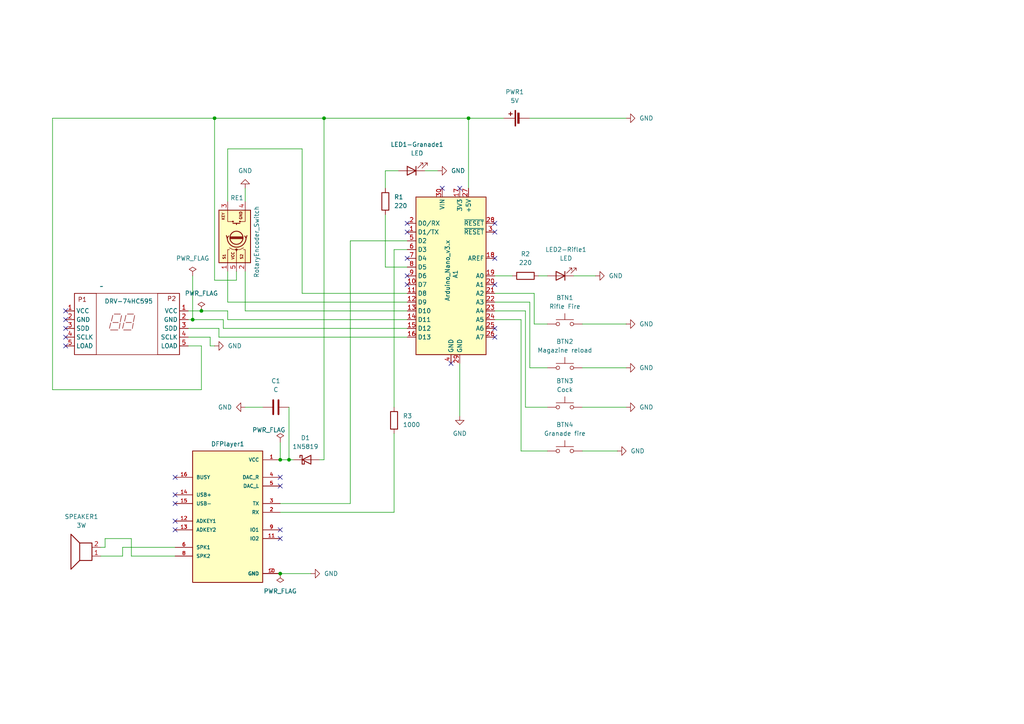
<source format=kicad_sch>
(kicad_sch (version 20231120) (generator "eeschema") (generator_version "8.0")
  (paper "A4")
  (title_block (title "Aliens M41A Rifle sound and lights module") (date "2024-05-20") (rev "1.1") (comment 1 "https://github.com/ByPS128/Arduino-Aliens-M41A-Riffle") (comment 2 "Developer: Petr Škaloud aka ByPS"))
  (lib_symbols
    (symbol "Device:Battery_Cell" (pin_numbers hide) (pin_names (offset 0) hide)
      (property "Reference" "BT" (at 2.54 2.54 0))
      (property "Value" "Battery_Cell" (at 2.54 0 0))
      (symbol "Battery_Cell_0_1"
        (rectangle (start -2.286 1.778) (end 2.286 1.524) (fill (type outline)))
        (rectangle (start -1.524 1.016) (end 1.524 0.508) (fill (type outline)))
        (polyline (pts (xy 0 0.762) (xy 0 0)))
        (polyline (pts (xy 0 1.778) (xy 0 2.54)))
        (polyline (pts (xy 0.762 3.048) (xy 1.778 3.048)) (stroke (width 0.254)))
        (polyline (pts (xy 1.27 3.556) (xy 1.27 2.54)) (stroke (width 0.254)))
      )
      (symbol "Battery_Cell_1_1"
        (pin passive line (at 0 5.08 270) (length 2.54) (name "+") (number "1"))
        (pin passive line (at 0 -2.54 90) (length 2.54) (name "-") (number "2"))
      )
    )
    (symbol "Device:C" (pin_numbers hide) (pin_names (offset 0.254))
      (property "Reference" "C" (at 0.635 2.54 0))
      (property "Value" "C" (at 0.635 -2.54 0))
      (symbol "C_0_1"
        (polyline (pts (xy -2.032 -0.762) (xy 2.032 -0.762)) (stroke (width 0.508)))
        (polyline (pts (xy -2.032 0.762) (xy 2.032 0.762)) (stroke (width 0.508)))
      )
      (symbol "C_1_1"
        (pin passive line (at 0 3.81 270) (length 2.794) (name "~") (number "1"))
        (pin passive line (at 0 -3.81 90) (length 2.794) (name "~") (number "2"))
      )
    )
    (symbol "Device:LED" (pin_numbers hide) (pin_names (offset 1.016) hide)
      (property "Reference" "D" (at 0 2.54 0))
      (property "Value" "LED" (at 0 -2.54 0))
      (symbol "LED_0_1"
        (polyline (pts (xy -1.27 -1.27) (xy -1.27 1.27)) (stroke (width 0.254)))
        (polyline (pts (xy -1.27 0) (xy 1.27 0)))
        (polyline (pts (xy 1.27 -1.27) (xy 1.27 1.27) (xy -1.27 0) (xy 1.27 -1.27)) (stroke (width 0.254)))
        (polyline (pts (xy -3.048 -0.762) (xy -4.572 -2.286) (xy -3.81 -2.286) (xy -4.572 -2.286) (xy -4.572 -1.524)))
        (polyline (pts (xy -1.778 -0.762) (xy -3.302 -2.286) (xy -2.54 -2.286) (xy -3.302 -2.286) (xy -3.302 -1.524)))
      )
      (symbol "LED_1_1"
        (pin passive line (at -3.81 0 0) (length 2.54) (name "K") (number "1"))
        (pin passive line (at 3.81 0 180) (length 2.54) (name "A") (number "2"))
      )
    )
    (symbol "Device:R" (pin_numbers hide) (pin_names (offset 0))
      (property "Reference" "R" (at 2.032 0 90))
      (property "Value" "R" (at 0 0 90))
      (symbol "R_0_1"
        (rectangle (start -1.016 -2.54) (end 1.016 2.54) (stroke (width 0.254)))
      )
      (symbol "R_1_1"
        (pin passive line (at 0 3.81 270) (length 1.27) (name "~") (number "1"))
        (pin passive line (at 0 -3.81 90) (length 1.27) (name "~") (number "2"))
      )
    )
    (symbol "Device:Speaker" (pin_names (offset 0) hide)
      (property "Reference" "LS" (at 1.27 5.715 0))
      (property "Value" "Speaker" (at 1.27 3.81 0))
      (symbol "Speaker_0_0"
        (rectangle (start -2.54 1.27) (end 1.016 -3.81) (stroke (width 0.254)))
        (polyline (pts (xy 1.016 1.27) (xy 3.556 3.81) (xy 3.556 -6.35) (xy 1.016 -3.81)) (stroke (width 0.254)))
      )
      (symbol "Speaker_1_1"
        (pin input line (at -5.08 0 0) (length 2.54) (name "1") (number "1"))
        (pin input line (at -5.08 -2.54 0) (length 2.54) (name "2") (number "2"))
      )
    )
    (symbol "Diode:1N5819" (pin_numbers hide) (pin_names (offset 1.016) hide)
      (property "Reference" "D" (at 0 2.54 0))
      (property "Value" "1N5819" (at 0 -2.54 0))
      (symbol "1N5819_0_1"
        (polyline (pts (xy 1.27 0) (xy -1.27 0)))
        (polyline (pts (xy 1.27 1.27) (xy 1.27 -1.27) (xy -1.27 0) (xy 1.27 1.27)) (stroke (width 0.254)))
        (polyline (pts (xy -1.905 0.635) (xy -1.905 1.27) (xy -1.27 1.27) (xy -1.27 -1.27) (xy -0.635 -1.27) (xy -0.635 -0.635)) (stroke (width 0.254)))
      )
      (symbol "1N5819_1_1"
        (pin passive line (at -3.81 0 0) (length 2.54) (name "K") (number "1"))
        (pin passive line (at 3.81 0 180) (length 2.54) (name "A") (number "2"))
      )
    )
    (symbol "MCU_Module:Arduino_Nano_v3.x"
      (property "Reference" "A" (at -10.16 23.495 0))
      (property "Value" "Arduino_Nano_v3.x" (at 5.08 -24.13 0))
      (symbol "Arduino_Nano_v3.x_0_1"
        (rectangle (start -10.16 22.86) (end 10.16 -22.86) (stroke (width 0.254)) (fill (type background)))
      )
      (symbol "Arduino_Nano_v3.x_1_1"
        (pin bidirectional line (at -12.7 12.7 0) (length 2.54) (name "D1/TX") (number "1"))
        (pin bidirectional line (at -12.7 -2.54 0) (length 2.54) (name "D7") (number "10"))
        (pin bidirectional line (at -12.7 -5.08 0) (length 2.54) (name "D8") (number "11"))
        (pin bidirectional line (at -12.7 -7.62 0) (length 2.54) (name "D9") (number "12"))
        (pin bidirectional line (at -12.7 -10.16 0) (length 2.54) (name "D10") (number "13"))
        (pin bidirectional line (at -12.7 -12.7 0) (length 2.54) (name "D11") (number "14"))
        (pin bidirectional line (at -12.7 -15.24 0) (length 2.54) (name "D12") (number "15"))
        (pin bidirectional line (at -12.7 -17.78 0) (length 2.54) (name "D13") (number "16"))
        (pin power_out line (at 2.54 25.4 270) (length 2.54) (name "3V3") (number "17"))
        (pin input line (at 12.7 5.08 180) (length 2.54) (name "AREF") (number "18"))
        (pin bidirectional line (at 12.7 0 180) (length 2.54) (name "A0") (number "19"))
        (pin bidirectional line (at -12.7 15.24 0) (length 2.54) (name "D0/RX") (number "2"))
        (pin bidirectional line (at 12.7 -2.54 180) (length 2.54) (name "A1") (number "20"))
        (pin bidirectional line (at 12.7 -5.08 180) (length 2.54) (name "A2") (number "21"))
        (pin bidirectional line (at 12.7 -7.62 180) (length 2.54) (name "A3") (number "22"))
        (pin bidirectional line (at 12.7 -10.16 180) (length 2.54) (name "A4") (number "23"))
        (pin bidirectional line (at 12.7 -12.7 180) (length 2.54) (name "A5") (number "24"))
        (pin bidirectional line (at 12.7 -15.24 180) (length 2.54) (name "A6") (number "25"))
        (pin bidirectional line (at 12.7 -17.78 180) (length 2.54) (name "A7") (number "26"))
        (pin power_out line (at 5.08 25.4 270) (length 2.54) (name "+5V") (number "27"))
        (pin input line (at 12.7 15.24 180) (length 2.54) (name "~{RESET}") (number "28"))
        (pin power_in line (at 2.54 -25.4 90) (length 2.54) (name "GND") (number "29"))
        (pin input line (at 12.7 12.7 180) (length 2.54) (name "~{RESET}") (number "3"))
        (pin power_in line (at -2.54 25.4 270) (length 2.54) (name "VIN") (number "30"))
        (pin power_in line (at 0 -25.4 90) (length 2.54) (name "GND") (number "4"))
        (pin bidirectional line (at -12.7 10.16 0) (length 2.54) (name "D2") (number "5"))
        (pin bidirectional line (at -12.7 7.62 0) (length 2.54) (name "D3") (number "6"))
        (pin bidirectional line (at -12.7 5.08 0) (length 2.54) (name "D4") (number "7"))
        (pin bidirectional line (at -12.7 2.54 0) (length 2.54) (name "D5") (number "8"))
        (pin bidirectional line (at -12.7 0 0) (length 2.54) (name "D6") (number "9"))
      )
    )
    (symbol "Project_Library:DFPlayer" (pin_names (offset 1.016))
      (property "Reference" "DFPlayer1" (at 0 19.812 0))
      (symbol "DFPlayer_0_0"
        (rectangle (start -10.16 17.78) (end 10.16 -20.32) (stroke (width 0.254)) (fill (type background)))
        (pin output line (at 15.24 15.24 180) (length 5.08) (name "VCC") (number "1"))
        (pin power_in line (at 15.24 -17.78 180) (length 5.08) (name "GND") (number "10"))
        (pin bidirectional line (at 15.24 -7.62 180) (length 5.08) (name "IO2") (number "11"))
        (pin input line (at -15.24 -2.54 0) (length 5.08) (name "ADKEY1") (number "12"))
        (pin input line (at -15.24 -5.08 0) (length 5.08) (name "ADKEY2") (number "13"))
        (pin input line (at -15.24 5.08 0) (length 5.08) (name "USB+") (number "14"))
        (pin input line (at -15.24 2.54 0) (length 5.08) (name "USB-") (number "15"))
        (pin input line (at -15.24 10.16 0) (length 5.08) (name "BUSY") (number "16"))
        (pin input line (at 15.24 0 180) (length 5.08) (name "RX") (number "2"))
        (pin output line (at 15.24 2.54 180) (length 5.08) (name "TX") (number "3"))
        (pin output line (at 15.24 10.16 180) (length 5.08) (name "DAC_R") (number "4"))
        (pin output line (at 15.24 7.62 180) (length 5.08) (name "DAC_L") (number "5"))
        (pin passive line (at -15.24 -10.16 0) (length 5.08) (name "SPK1") (number "6"))
        (pin power_in line (at 15.24 -17.78 180) (length 5.08) (name "GND") (number "7"))
        (pin passive line (at -15.24 -12.7 0) (length 5.08) (name "SPK2") (number "8"))
        (pin bidirectional line (at 15.24 -5.08 180) (length 5.08) (name "IO1") (number "9"))
      )
    )
    (symbol "Project_Library:Driver-74HC595-2"
      (property "Reference" "DRV-74HC595" (at -10.922 5.334 0))
      (property "Value" "~" (at -18.796 9.652 0))
      (symbol "Driver-74HC595-2_0_1"
        (rectangle (start -26.67 7.62) (end 3.81 -10.16))
        (polyline (pts (xy -16.51 -2.54) (xy -16.1419 -0.9489)))
        (polyline (pts (xy -15.9411 -0.4671) (xy -15.5397 1.2592)))
        (polyline (pts (xy -15.5397 -0.8284) (xy -13.9338 -0.8284)))
        (polyline (pts (xy -15.1382 1.6205) (xy -13.3316 1.6205)))
        (polyline (pts (xy -14.0542 -2.9963) (xy -16.2222 -2.9963)))
        (polyline (pts (xy -13.4119 -1.0292) (xy -13.6929 -2.5948)))
        (polyline (pts (xy -13.0104 1.2191) (xy -13.3717 -0.6277)))
        (polyline (pts (xy -12.7 -2.54) (xy -12.3319 -0.9489)))
        (polyline (pts (xy -12.1311 -0.4671) (xy -11.7297 1.2592)))
        (polyline (pts (xy -11.7297 -0.8284) (xy -10.1238 -0.8284)))
        (polyline (pts (xy -11.3282 1.6205) (xy -9.5216 1.6205)))
        (polyline (pts (xy -10.2442 -2.9963) (xy -12.4122 -2.9963)))
        (polyline (pts (xy -9.6019 -1.0292) (xy -9.8829 -2.5948)))
        (polyline (pts (xy -9.2004 1.2191) (xy -9.5617 -0.6277)))
      )
      (symbol "Driver-74HC595-2_1_1"
        (rectangle (start -20.32 -10.16) (end -26.67 7.62))
        (rectangle (start -2.54 -10.16) (end 3.81 7.62))
        (text "P1" (at -24.384 5.842 0) (effects (font (size 1.27 1.27))))
        (text "P2" (at 1.524 6.096 0) (effects (font (size 1.27 1.27))))
        (pin power_out line (at -29.21 2.54 0) (length 2.54) (name "VCC") (number "1"))
        (pin power_out line (at 6.35 2.54 180) (length 2.54) (name "VCC") (number "1"))
        (pin power_in line (at -29.21 0 0) (length 2.54) (name "GND") (number "2"))
        (pin power_in line (at 6.35 0 180) (length 2.54) (name "GND") (number "2"))
        (pin input line (at -29.21 -2.54 0) (length 2.54) (name "SDD") (number "3"))
        (pin input line (at 6.35 -2.54 180) (length 2.54) (name "SDD") (number "3"))
        (pin input line (at -29.21 -5.08 0) (length 2.54) (name "SCLK") (number "4"))
        (pin input line (at 6.35 -5.08 180) (length 2.54) (name "SCLK") (number "4"))
        (pin input line (at -29.21 -7.62 0) (length 2.54) (name "LOAD") (number "5"))
        (pin input line (at 6.35 -7.62 180) (length 2.54) (name "LOAD") (number "5"))
      )
    )
    (symbol "Project_Library:RotaryEncoder_Switch" (pin_names (offset 0.254) hide)
      (property "Reference" "RE1" (at 11.176 1.778 90))
      (property "Value" "RotaryEncoder_Switch" (at 8.89 -5.842 0))
      (symbol "RotaryEncoder_Switch_0_1"
        (rectangle (start -7.62 5.08) (end 7.62 -4.089) (stroke (width 0.254)) (fill (type background)))
        (circle (center -3.81 0) (radius 0.254) (fill (type outline)))
        (circle (center -0.381 0) (radius 1.905) (stroke (width 0.254)))
        (arc (start -0.381 2.667) (mid -3.0988 -0.0635) (end -0.381 -2.794) (stroke (width 0.254)))
        (polyline (pts (xy -0.635 -1.778) (xy -0.635 1.778)) (stroke (width 0.254)))
        (polyline (pts (xy -0.381 -1.778) (xy -0.381 1.778)) (stroke (width 0.254)))
        (polyline (pts (xy -0.127 1.778) (xy -0.127 -1.778)) (stroke (width 0.254)))
        (polyline (pts (xy 3.81 0) (xy 3.429 0)) (stroke (width 0.254)))
        (polyline (pts (xy 3.81 1.016) (xy 3.81 -1.016)) (stroke (width 0.254)))
        (polyline (pts (xy -7.62 -2.54) (xy -3.81 -2.54) (xy -3.81 -2.032)))
        (polyline (pts (xy -7.62 2.54) (xy -3.81 2.54) (xy -3.81 2.032)))
        (polyline (pts (xy 0.254 -3.048) (xy -0.508 -2.794) (xy 0.127 -2.413)) (stroke (width 0.254)))
        (polyline (pts (xy 0.254 2.921) (xy -0.508 2.667) (xy 0.127 2.286)) (stroke (width 0.254)))
        (polyline (pts (xy -7.62 0) (xy -3.81 0) (xy -3.81 -1.016) (xy -3.302 -2.032)))
        (polyline (pts (xy -4.318 0) (xy -3.81 0) (xy -3.81 1.016) (xy -3.302 2.032)))
        (circle (center 4.318 -1.016) (radius 0.127) (stroke (width 0.254)))
        (circle (center 4.318 1.016) (radius 0.127) (stroke (width 0.254)))
      )
      (symbol "RotaryEncoder_Switch_1_1"
        (polyline (pts (xy 7.62 -2.54) (xy 4.318 -2.54) (xy 4.318 -1.016)))
        (polyline (pts (xy 7.62 2.54) (xy 4.318 2.54) (xy 4.318 1.016)))
        (text "GND" (at 6.096 -1.27 0) (effects (font (size 0.762 0.762))))
        (text "KEY" (at 5.842 3.81 0) (effects (font (size 0.762 0.762))))
        (text "S1" (at -5.842 3.556 0) (effects (font (size 0.762 0.762))))
        (text "S2" (at -5.842 -1.524 0) (effects (font (size 0.762 0.762))))
        (text "VCC" (at -5.588 1.016 0) (effects (font (size 0.762 0.762))))
        (pin output line (at -10.16 2.54 0) (length 2.54) (name "S1") (number "1"))
        (pin output line (at -10.16 -2.54 0) (length 2.54) (name "S2") (number "2"))
        (pin output line (at 10.16 2.54 180) (length 2.54) (name "KEY") (number "3"))
        (pin power_in line (at 10.16 -2.54 180) (length 2.54) (name "GND") (number "4"))
        (pin power_out line (at -10.16 0 0) (length 2.54) (name "VCC") (number "5"))
      )
    )
    (symbol "Switch:SW_Push" (pin_numbers hide) (pin_names (offset 1.016) hide)
      (property "Reference" "SW" (at 1.27 2.54 0))
      (property "Value" "SW_Push" (at 0 -1.524 0))
      (symbol "SW_Push_0_1"
        (circle (center -2.032 0) (radius 0.508))
        (polyline (pts (xy 0 1.27) (xy 0 3.048)))
        (polyline (pts (xy 2.54 1.27) (xy -2.54 1.27)))
        (circle (center 2.032 0) (radius 0.508))
        (pin passive line (at -5.08 0 0) (length 2.54) (name "1") (number "1"))
        (pin passive line (at 5.08 0 180) (length 2.54) (name "2") (number "2"))
      )
    )
    (symbol "power:GND" (power) (pin_numbers hide) (pin_names (offset 0) hide)
      (property "Value" "GND" (at 0 -3.81 0))
      (symbol "GND_0_1"
        (polyline (pts (xy 0 0) (xy 0 -1.27) (xy 1.27 -1.27) (xy 0 -2.54) (xy -1.27 -1.27) (xy 0 -1.27)))
      )
      (symbol "GND_1_1"
        (pin power_in line (at 0 0 270) (length 0) (name "~") (number "1"))
      )
    )
    (symbol "power:PWR_FLAG" (power) (pin_numbers hide) (pin_names (offset 0) hide)
      (property "Value" "PWR_FLAG" (at 0 3.81 0))
      (symbol "PWR_FLAG_0_0"
        (pin power_out line (at 0 0 90) (length 0) (name "~") (number "1"))
      )
      (symbol "PWR_FLAG_0_1"
        (polyline (pts (xy 0 0) (xy 0 1.27) (xy -1.016 1.905) (xy 0 2.54) (xy 1.016 1.905) (xy 0 1.27)))
      )
    )
  )
  (junction (at 135.89 34.29))
  (junction (at 83.82 133.35))
  (junction (at 81.28 166.37))
  (junction (at 81.28 133.35))
  (junction (at 55.88 92.71))
  (junction (at 93.98 34.29))
  (junction (at 62.23 34.29))
  (junction (at 58.42 90.17))
  (no_connect (at 19.05 97.79))
  (no_connect (at 118.11 74.93))
  (no_connect (at 130.81 105.41))
  (no_connect (at 143.51 74.93))
  (no_connect (at 19.05 100.33))
  (no_connect (at 133.35 54.61))
  (no_connect (at 143.51 67.31))
  (no_connect (at 143.51 64.77))
  (no_connect (at 50.8 153.67))
  (no_connect (at 143.51 82.55))
  (no_connect (at 50.8 138.43))
  (no_connect (at 50.8 143.51))
  (no_connect (at 128.27 54.61))
  (no_connect (at 50.8 146.05))
  (no_connect (at 19.05 92.71))
  (no_connect (at 118.11 67.31))
  (no_connect (at 50.8 151.13))
  (no_connect (at 81.28 140.97))
  (no_connect (at 81.28 153.67))
  (no_connect (at 118.11 80.01))
  (no_connect (at 143.51 97.79))
  (no_connect (at 143.51 95.25))
  (no_connect (at 81.28 156.21))
  (no_connect (at 19.05 95.25))
  (no_connect (at 118.11 64.77))
  (no_connect (at 19.05 90.17))
  (no_connect (at 81.28 138.43))
  (no_connect (at 118.11 82.55))
  (wire (pts (xy 66.04 78.74) (xy 66.04 87.63)))
  (wire (pts (xy 92.71 133.35) (xy 93.98 133.35)))
  (wire (pts (xy 87.63 43.18) (xy 87.63 85.09)))
  (wire (pts (xy 151.13 130.81) (xy 151.13 92.71)))
  (wire (pts (xy 66.04 92.71) (xy 118.11 92.71)))
  (wire (pts (xy 152.4 118.11) (xy 158.75 118.11)))
  (wire (pts (xy 62.23 34.29) (xy 93.98 34.29)))
  (wire (pts (xy 114.3 72.39) (xy 114.3 118.11)))
  (wire (pts (xy 101.6 146.05) (xy 81.28 146.05)))
  (wire (pts (xy 168.91 106.68) (xy 181.61 106.68)))
  (wire (pts (xy 64.77 92.71) (xy 55.88 92.71)))
  (wire (pts (xy 83.82 133.35) (xy 85.09 133.35)))
  (wire (pts (xy 71.12 118.11) (xy 76.2 118.11)))
  (wire (pts (xy 81.28 166.37) (xy 90.17 166.37)))
  (wire (pts (xy 60.96 97.79) (xy 60.96 100.33)))
  (wire (pts (xy 66.04 90.17) (xy 58.42 90.17)))
  (wire (pts (xy 63.5 95.25) (xy 54.61 95.25)))
  (wire (pts (xy 143.51 87.63) (xy 153.67 87.63)))
  (wire (pts (xy 83.82 118.11) (xy 83.82 133.35)))
  (wire (pts (xy 35.56 161.29) (xy 29.21 161.29)))
  (wire (pts (xy 58.42 100.33) (xy 58.42 113.03)))
  (wire (pts (xy 35.56 158.75) (xy 50.8 158.75)))
  (wire (pts (xy 50.8 161.29) (xy 38.1 161.29)))
  (wire (pts (xy 66.04 58.42) (xy 66.04 43.18)))
  (wire (pts (xy 58.42 113.03) (xy 15.24 113.03)))
  (wire (pts (xy 114.3 148.59) (xy 114.3 125.73)))
  (wire (pts (xy 118.11 97.79) (xy 63.5 97.79)))
  (wire (pts (xy 35.56 158.75) (xy 35.56 161.29)))
  (wire (pts (xy 63.5 97.79) (xy 63.5 95.25)))
  (wire (pts (xy 158.75 130.81) (xy 151.13 130.81)))
  (wire (pts (xy 154.94 85.09) (xy 154.94 93.98)))
  (wire (pts (xy 101.6 69.85) (xy 101.6 146.05)))
  (wire (pts (xy 15.24 34.29) (xy 62.23 34.29)))
  (wire (pts (xy 114.3 72.39) (xy 118.11 72.39)))
  (wire (pts (xy 168.91 130.81) (xy 179.07 130.81)))
  (wire (pts (xy 68.58 78.74) (xy 68.58 81.28)))
  (wire (pts (xy 154.94 93.98) (xy 158.75 93.98)))
  (wire (pts (xy 71.12 90.17) (xy 118.11 90.17)))
  (wire (pts (xy 168.91 118.11) (xy 181.61 118.11)))
  (wire (pts (xy 87.63 85.09) (xy 118.11 85.09)))
  (wire (pts (xy 66.04 92.71) (xy 66.04 90.17)))
  (wire (pts (xy 64.77 95.25) (xy 118.11 95.25)))
  (wire (pts (xy 81.28 133.35) (xy 83.82 133.35)))
  (wire (pts (xy 58.42 90.17) (xy 54.61 90.17)))
  (wire (pts (xy 166.37 80.01) (xy 172.72 80.01)))
  (wire (pts (xy 54.61 100.33) (xy 58.42 100.33)))
  (wire (pts (xy 135.89 34.29) (xy 146.05 34.29)))
  (wire (pts (xy 62.23 81.28) (xy 62.23 34.29)))
  (wire (pts (xy 118.11 69.85) (xy 101.6 69.85)))
  (wire (pts (xy 55.88 92.71) (xy 54.61 92.71)))
  (wire (pts (xy 156.21 80.01) (xy 158.75 80.01)))
  (wire (pts (xy 38.1 161.29) (xy 38.1 156.21)))
  (wire (pts (xy 55.88 80.01) (xy 55.88 92.71)))
  (wire (pts (xy 66.04 87.63) (xy 118.11 87.63)))
  (wire (pts (xy 93.98 34.29) (xy 135.89 34.29)))
  (wire (pts (xy 15.24 113.03) (xy 15.24 34.29)))
  (wire (pts (xy 30.48 156.21) (xy 30.48 158.75)))
  (wire (pts (xy 135.89 34.29) (xy 135.89 54.61)))
  (wire (pts (xy 71.12 78.74) (xy 71.12 90.17)))
  (wire (pts (xy 64.77 95.25) (xy 64.77 92.71)))
  (wire (pts (xy 118.11 77.47) (xy 111.76 77.47)))
  (wire (pts (xy 81.28 148.59) (xy 114.3 148.59)))
  (wire (pts (xy 54.61 97.79) (xy 60.96 97.79)))
  (wire (pts (xy 111.76 54.61) (xy 111.76 49.53)))
  (wire (pts (xy 111.76 49.53) (xy 115.57 49.53)))
  (wire (pts (xy 143.51 80.01) (xy 148.59 80.01)))
  (wire (pts (xy 30.48 158.75) (xy 29.21 158.75)))
  (wire (pts (xy 60.96 100.33) (xy 62.23 100.33)))
  (wire (pts (xy 152.4 90.17) (xy 152.4 118.11)))
  (wire (pts (xy 133.35 105.41) (xy 133.35 120.65)))
  (wire (pts (xy 38.1 156.21) (xy 30.48 156.21)))
  (wire (pts (xy 153.67 106.68) (xy 158.75 106.68)))
  (wire (pts (xy 153.67 34.29) (xy 181.61 34.29)))
  (wire (pts (xy 153.67 87.63) (xy 153.67 106.68)))
  (wire (pts (xy 151.13 92.71) (xy 143.51 92.71)))
  (wire (pts (xy 66.04 43.18) (xy 87.63 43.18)))
  (wire (pts (xy 168.91 93.98) (xy 181.61 93.98)))
  (wire (pts (xy 143.51 90.17) (xy 152.4 90.17)))
  (wire (pts (xy 93.98 133.35) (xy 93.98 34.29)))
  (wire (pts (xy 123.19 49.53) (xy 127 49.53)))
  (wire (pts (xy 143.51 85.09) (xy 154.94 85.09)))
  (wire (pts (xy 111.76 62.23) (xy 111.76 77.47)))
  (wire (pts (xy 71.12 54.61) (xy 71.12 58.42)))
  (wire (pts (xy 68.58 81.28) (xy 62.23 81.28)))
  (wire (pts (xy 81.28 128.27) (xy 81.28 133.35)))
  (symbol (lib_id "Switch:SW_Push") (at 163.83 118.11 0) (unit 1)
    (property "Reference" "BTN3" (at 163.83 110.49 0))
    (property "Value" "Cock" (at 163.83 113.03 0))
    (property "Footprint" "ProjectLibrary:Button Leads 2x 2.54" (effects (hide yes)))
    (property "Description" "Push button switch, generic, two pins" (effects (hide yes)))
  )
  (symbol (lib_id "power:GND") (at 71.12 118.11 270) (unit 1)
    (property "Reference" "#PWR012" (effects (hide yes)))
    (property "Value" "GND" (at 67.31 118.1099 90) (effects (justify right)))
    (property "Description" "Power symbol creates a global label with name \"GND\" , ground" (effects (hide yes)))
  )
  (symbol (lib_id "Device:Speaker") (at 24.13 161.29 180) (unit 1)
    (property "Reference" "SPEAKER1" (at 23.622 149.86 0))
    (property "Value" "3W" (at 23.622 152.4 0))
    (property "Footprint" "ProjectLibrary:Speaker Leads 2x 2.54" (effects (hide yes)))
    (property "Description" "Speaker" (effects (hide yes)))
  )
  (symbol (lib_id "power:PWR_FLAG") (at 81.28 166.37 180) (unit 1)
    (property "Reference" "#FLG01" (effects (hide yes)))
    (property "Value" "PWR_FLAG" (at 81.28 171.45 0))
    (property "Description" "Special symbol for telling ERC where power comes from" (effects (hide yes)))
  )
  (symbol (lib_id "power:GND") (at 172.72 80.01 90) (unit 1)
    (property "Reference" "#PWR04" (effects (hide yes)))
    (property "Value" "GND" (at 176.53 80.0099 90) (effects (justify right)))
    (property "Description" "Power symbol creates a global label with name \"GND\" , ground" (effects (hide yes)))
  )
  (symbol (lib_id "power:GND") (at 179.07 130.81 90) (unit 1)
    (property "Reference" "#PWR09" (effects (hide yes)))
    (property "Value" "GND" (at 182.88 130.8099 90) (effects (justify right)))
    (property "Description" "Power symbol creates a global label with name \"GND\" , ground" (effects (hide yes)))
  )
  (symbol (lib_id "Project_Library:Driver-74HC595-2") (at 48.26 92.71 0) (unit 1)
    (property "Reference" "DRV-74HC595" (at 37.338 87.376 0))
    (property "Value" "~" (at 29.464 83.058 0))
    (property "Footprint" "ProjectLibrary:Segment Display Leads 5x 2.54" (effects (hide yes)))
  )
  (symbol (lib_id "power:GND") (at 71.12 54.61 180) (unit 1)
    (property "Reference" "#PWR06" (effects (hide yes)))
    (property "Value" "GND" (at 71.12 49.53 0))
    (property "Description" "Power symbol creates a global label with name \"GND\" , ground" (effects (hide yes)))
  )
  (symbol (lib_id "power:GND") (at 62.23 100.33 90) (unit 1)
    (property "Reference" "#PWR013" (effects (hide yes)))
    (property "Value" "GND" (at 66.04 100.3299 90) (effects (justify right)))
    (property "Description" "Power symbol creates a global label with name \"GND\" , ground" (effects (hide yes)))
  )
  (symbol (lib_id "Device:R") (at 114.3 121.92 180) (unit 1)
    (property "Reference" "R3" (at 116.84 120.6499 0) (effects (justify right)))
    (property "Value" "1000" (at 116.84 123.1899 0) (effects (justify right)))
    (property "Footprint" "Resistor_THT:R_Axial_DIN0204_L3.6mm_D1.6mm_P7.62mm_Horizontal" (effects (hide yes)))
    (property "Description" "Resistor" (effects (hide yes)))
  )
  (symbol (lib_id "Device:LED") (at 119.38 49.53 180) (unit 1)
    (property "Reference" "LED1-Granade1" (at 120.9675 41.91 0))
    (property "Value" "LED" (at 120.9675 44.45 0))
    (property "Footprint" "ProjectLibrary:LED Leads 2x 2.54" (effects (hide yes)))
    (property "Description" "Light emitting diode" (effects (hide yes)))
  )
  (symbol (lib_id "Switch:SW_Push") (at 163.83 93.98 0) (unit 1)
    (property "Reference" "BTN1" (at 163.83 86.36 0))
    (property "Value" "Rifle Fire" (at 163.83 88.9 0))
    (property "Footprint" "ProjectLibrary:Button Leads 2x 2.54" (effects (hide yes)))
    (property "Description" "Push button switch, generic, two pins" (effects (hide yes)))
  )
  (symbol (lib_id "power:GND") (at 181.61 34.29 90) (unit 1)
    (property "Reference" "#PWR011" (effects (hide yes)))
    (property "Value" "GND" (at 185.42 34.2899 90) (effects (justify right)))
    (property "Description" "Power symbol creates a global label with name \"GND\" , ground" (effects (hide yes)))
  )
  (symbol (lib_id "power:GND") (at 127 49.53 90) (unit 1)
    (property "Reference" "#PWR02" (effects (hide yes)))
    (property "Value" "GND" (at 130.81 49.5299 90) (effects (justify right)))
    (property "Description" "Power symbol creates a global label with name \"GND\" , ground" (effects (hide yes)))
  )
  (symbol (lib_id "power:GND") (at 181.61 106.68 90) (unit 1)
    (property "Reference" "#PWR07" (effects (hide yes)))
    (property "Value" "GND" (at 185.42 106.6799 90) (effects (justify right)))
    (property "Description" "Power symbol creates a global label with name \"GND\" , ground" (effects (hide yes)))
  )
  (symbol (lib_id "Device:R") (at 111.76 58.42 180) (unit 1)
    (property "Reference" "R1" (at 114.3 57.1499 0) (effects (justify right)))
    (property "Value" "220" (at 114.3 59.6899 0) (effects (justify right)))
    (property "Footprint" "Resistor_THT:R_Axial_DIN0204_L3.6mm_D1.6mm_P7.62mm_Horizontal" (effects (hide yes)))
    (property "Description" "Resistor" (effects (hide yes)))
  )
  (symbol (lib_id "Project_Library:RotaryEncoder_Switch") (at 68.58 68.58 90) (unit 1)
    (property "Reference" "RE1" (at 66.802 57.404 90) (effects (justify right)))
    (property "Value" "RotaryEncoder_Switch" (at 74.422 59.69 0) (effects (justify right)))
    (property "Footprint" "ProjectLibrary:RotaryEncoder Leads 5x 2.54" (effects (hide yes)))
    (property "Description" "Rotary encoder, dual channel, incremental quadrate outputs, with switch" (effects (hide yes)))
  )
  (symbol (lib_id "Diode:1N5819") (at 88.9 133.35 0) (unit 1)
    (property "Reference" "D1" (at 88.5825 127 0))
    (property "Value" "1N5819" (at 88.5825 129.54 0))
    (property "Footprint" "Diode_THT:D_DO-41_SOD81_P10.16mm_Horizontal" (effects (hide yes)))
    (property "Datasheet" "http://www.vishay.com/docs/88525/1n5817.pdf" (effects (hide yes)))
    (property "Description" "40V 1A Schottky Barrier Rectifier Diode, DO-41" (effects (hide yes)))
  )
  (symbol (lib_id "Device:C") (at 80.01 118.11 270) (unit 1)
    (property "Reference" "C1" (at 80.01 110.49 90))
    (property "Value" "C" (at 80.01 113.03 90))
    (property "Footprint" "Capacitor_THT:C_Disc_D3.0mm_W2.0mm_P2.50mm" (effects (hide yes)))
    (property "Description" "Unpolarized capacitor" (effects (hide yes)))
  )
  (symbol (lib_id "power:PWR_FLAG") (at 55.88 80.01 0) (unit 1)
    (property "Reference" "#FLG04" (effects (hide yes)))
    (property "Value" "PWR_FLAG" (at 55.88 74.93 0))
    (property "Description" "Special symbol for telling ERC where power comes from" (effects (hide yes)))
  )
  (symbol (lib_id "power:GND") (at 181.61 118.11 90) (unit 1)
    (property "Reference" "#PWR08" (effects (hide yes)))
    (property "Value" "GND" (at 185.42 118.1099 90) (effects (justify right)))
    (property "Description" "Power symbol creates a global label with name \"GND\" , ground" (effects (hide yes)))
  )
  (symbol (lib_id "Device:LED") (at 162.56 80.01 180) (unit 1)
    (property "Reference" "LED2-Rifle1" (at 164.1475 72.39 0))
    (property "Value" "LED" (at 164.1475 74.93 0))
    (property "Footprint" "ProjectLibrary:LED Leads 2x 2.54" (effects (hide yes)))
    (property "Description" "Light emitting diode" (effects (hide yes)))
  )
  (symbol (lib_id "Device:R") (at 152.4 80.01 90) (unit 1)
    (property "Reference" "R2" (at 152.4 73.66 90))
    (property "Value" "220" (at 152.4 76.2 90))
    (property "Footprint" "Resistor_THT:R_Axial_DIN0204_L3.6mm_D1.6mm_P7.62mm_Horizontal" (effects (hide yes)))
    (property "Description" "Resistor" (effects (hide yes)))
  )
  (symbol (lib_id "power:GND") (at 90.17 166.37 90) (unit 1)
    (property "Reference" "#PWR05" (effects (hide yes)))
    (property "Value" "GND" (at 93.98 166.3699 90) (effects (justify right)))
    (property "Description" "Power symbol creates a global label with name \"GND\" , ground" (effects (hide yes)))
  )
  (symbol (lib_id "power:GND") (at 133.35 120.65 0) (unit 1)
    (property "Reference" "#PWR03" (effects (hide yes)))
    (property "Value" "GND" (at 133.35 125.73 0))
    (property "Description" "Power symbol creates a global label with name \"GND\" , ground" (effects (hide yes)))
  )
  (symbol (lib_id "power:PWR_FLAG") (at 81.28 128.27 0) (unit 1)
    (property "Reference" "#FLG02" (effects (hide yes)))
    (property "Value" "PWR_FLAG" (at 77.978 124.714 0))
    (property "Description" "Special symbol for telling ERC where power comes from" (effects (hide yes)))
  )
  (symbol (lib_id "Project_Library:DFPlayer") (at 66.04 148.59 0) (unit 1)
    (property "Reference" "DFPlayer1" (at 66.04 128.778 0))
    (property "Value" "DFPlayer" (effects (hide yes)))
    (property "Footprint" "ByPS-Library:MODULE_DFR0299" (effects (hide yes)))
    (property "Description" "Dfplayer - a Mini Mp3 Player" (effects (hide yes)))
    (property "MF" "DFRobot" (effects (hide yes)))
    (property "PACKAGE" "None" (effects (hide yes)))
    (property "PRICE" "None" (effects (hide yes)))
    (property "Package" "None" (effects (hide yes)))
    (property "Check_prices" "https://www.snapeda.com/parts/DFR0299/DFRobot/view-part/?ref=eda" (effects (hide yes)))
    (property "Price" "None" (effects (hide yes)))
    (property "SnapEDA_Link" "https://www.snapeda.com/parts/DFR0299/DFRobot/view-part/?ref=snap" (effects (hide yes)))
    (property "MP" "DFR0299" (effects (hide yes)))
    (property "Purchase-URL" "https://www.snapeda.com/api/url_track_click_mouser/?unipart_id=588059&manufacturer=DFRobot&part_name=DFR0299&search_term=df player" (effects (hide yes)))
    (property "Availability" "In Stock" (effects (hide yes)))
    (property "AVAILABILITY" "Unavailable" (effects (hide yes)))
    (property "Description_1" "\n- MP3 Player Audio Arduino Platform Evaluation Expansion Board\n" (effects (hide yes)))
  )
  (symbol (lib_id "Device:Battery_Cell") (at 151.13 34.29 90) (unit 1)
    (property "Reference" "PWR1" (at 149.2885 26.67 90))
    (property "Value" "5V" (at 149.2885 29.21 90))
    (property "Footprint" "ProjectLibrary:Battery 4x 2.54" (effects (hide yes)))
    (property "Description" "Single-cell battery" (effects (hide yes)))
  )
  (symbol (lib_id "Switch:SW_Push") (at 163.83 106.68 0) (unit 1)
    (property "Reference" "BTN2" (at 163.83 99.06 0))
    (property "Value" "Magazine reload" (at 163.83 101.6 0))
    (property "Footprint" "ProjectLibrary:Button Leads 2x 2.54" (effects (hide yes)))
    (property "Description" "Push button switch, generic, two pins" (effects (hide yes)))
  )
  (symbol (lib_id "Switch:SW_Push") (at 163.83 130.81 0) (unit 1)
    (property "Reference" "BTN4" (at 163.83 123.19 0))
    (property "Value" "Granade fire" (at 163.83 125.73 0))
    (property "Footprint" "ProjectLibrary:Button Leads 2x 2.54" (effects (hide yes)))
    (property "Description" "Push button switch, generic, two pins" (effects (hide yes)))
  )
  (symbol (lib_id "power:PWR_FLAG") (at 58.42 90.17 0) (unit 1)
    (property "Reference" "#FLG03" (effects (hide yes)))
    (property "Value" "PWR_FLAG" (at 58.42 85.09 0))
    (property "Description" "Special symbol for telling ERC where power comes from" (effects (hide yes)))
  )
  (symbol (lib_id "power:GND") (at 181.61 93.98 90) (unit 1)
    (property "Reference" "#PWR010" (effects (hide yes)))
    (property "Value" "GND" (at 185.42 93.9799 90) (effects (justify right)))
    (property "Description" "Power symbol creates a global label with name \"GND\" , ground" (effects (hide yes)))
  )
  (symbol (lib_id "MCU_Module:Arduino_Nano_v3.x") (at 130.81 80.01 0) (unit 1)
    (property "Reference" "A1" (at 132.08 80.772 90) (effects (justify left)))
    (property "Value" "Arduino_Nano_v3.x" (at 129.794 87.376 90) (effects (justify left)))
    (property "Footprint" "Module:Arduino_Nano" (effects (hide yes)))
    (property "Datasheet" "http://www.mouser.com/pdfdocs/Gravitech_Arduino_Nano3_0.pdf" (effects (hide yes)))
    (property "Description" "Arduino Nano v3.x" (effects (hide yes)))
  )
)
</source>
